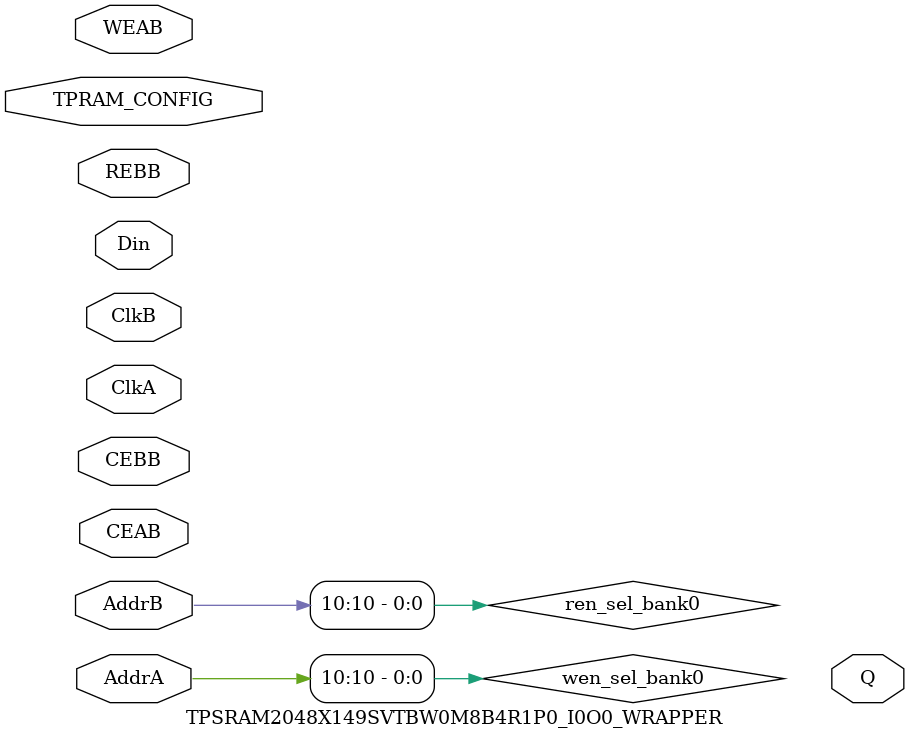
<source format=v>

module TPSRAM2048X149SVTBW0M8B4R1P0_I0O0_WRAPPER #(
    parameter MEM_DEPTH   =2048,
    parameter ADDR_WIDTH  =11,
    parameter DATA_WIDTH  =149
)(
    input							ClkA,
    input                          	ClkB,
    input       [ADDR_WIDTH-1:0]   	AddrA,
    input       [ADDR_WIDTH-1:0]   	AddrB,
    input       [DATA_WIDTH-1:0]   	Din,
    input       [8:0]				TPRAM_CONFIG,
    input							CEAB,
    input                          	CEBB,
    input                          	WEAB,
    input                          	REBB,
    output      [DATA_WIDTH-1:0]   	Q
);


wire           ren_sel_bank1;
wire           wen_sel_bank1;
wire           ren_sel_bank0;
wire           wen_sel_bank0;
wire  [148:0]  Q_pre0;
wire  [148:0]  Q_pre1;

reg            ren_sel_bank1_dly;
//=========================================================
// Extend both data width and address width.
// address decode logic 
//=========================================================
assign   ren_sel_bank1  = ~AddrB[10];
assign   wen_sel_bank1  = ~AddrA[10];
assign   ren_sel_bank0  = AddrB[10];
assign   wen_sel_bank0  = AddrA[10];

//no pipiline for the memory output,so it is safety to delay read enable signal
//for reading data mux, if exist the pipiline for the memory output,need to extend the pipeline for
//read enable signal.
always @(posedge ClkB ) begin //no need reset port, just pipeline the read enable signal
      ren_sel_bank1_dly <= ren_sel_bank0; 
end
assign idi_mem_rdata = ren_sel_bank1_dly ? Q_pre1 : Q_pre0;

/* TPSRAM1024X68SVTBW0M8B4R1P0_I0O0 AUTO_TEMPLATE "\(.$\)" (
    .ClkA(ClkA),
    .ClkB(ClkB),
    .AddrA(AddrA[9:0]),
    .AddrB(AddrB[9:0]),
    .Din(Din[67:0]),
    .CEAB(wen_sel_bank@),
    .CEBB(ren_sel_bank@),
    .WEAB(WEAB),
    .REBB(REBB),
    .TPRAM_CONFIG(TPRAM_CONFIG),
    .Q(Q_pre@[67:0]), 
 );
*/
/* TPSRAM1024X69SVTBW0M8B4R1P0_I0O0 AUTO_TEMPLATE "\(.$\)" (
    .ClkA(ClkA),
    .ClkB(ClkB),
    .AddrA(AddrA[9:0]),
    .AddrB(AddrB[9:0]),
    .Din(Din[136:68]),
    .CEAB(wen_sel_bank@),
    .CEBB(ren_sel_bank@),
    .WEAB(WEAB),
    .REBB(REBB),
    .TPRAM_CONFIG(TPRAM_CONFIG),
    .Q(Q_pre@[136:68]), 
 ),
*/
TPSRAM1024X74SVTBW0M8B4R1P0_I0O0 u_sram_00 (/*AUTOINST*/
					    // Outputs
					    .Q			(Q_pre0[73:0]),	 // Templated
					    // Inputs
					    .ClkA		(ClkA),		 // Templated
					    .ClkB		(ClkB),		 // Templated
					    .AddrA		(AddrA[9:0]),	 // Templated
					    .AddrB		(AddrB[9:0]),	 // Templated
					    .Din		(Din[73:0]),	 // Templated
					    .TPRAM_CONFIG	(TPRAM_CONFIG), // Templated
					    .CEAB		(wen_sel_bank0), // Templated
					    .CEBB		(ren_sel_bank0), // Templated
					    .WEAB		(WEAB),		 // Templated
					    .REBB		(REBB));		 // Templated
TPSRAM1024X75SVTBW0M8B4R1P0_I0O0 u_sram_10 (/*AUTOINST*/
					    // Outputs
					    .Q			(Q_pre0[148:74]), // Templated
					    // Inputs
					    .ClkA		(ClkA),		 // Templated
					    .ClkB		(ClkB),		 // Templated
					    .AddrA		(AddrA[9:0]),	 // Templated
					    .AddrB		(AddrB[9:0]),	 // Templated
					    .Din		(Din[148:74]),	 // Templated
					    .TPRAM_CONFIG	(TPRAM_CONFIG), // Templated
					    .CEAB		(wen_sel_bank0), // Templated
					    .CEBB		(ren_sel_bank0), // Templated
					    .WEAB		(WEAB),		 // Templated
					    .REBB		(REBB));		 // Templated

TPSRAM1024X74SVTBW0M8B4R1P0_I0O0 u_sram_01 (/*AUTOINST*/
					    // Outputs
					    .Q			(Q_pre1[73:0]),	 // Templated
					    // Inputs
					    .ClkA		(ClkA),		 // Templated
					    .ClkB		(ClkB),		 // Templated
					    .AddrA		(AddrA[9:0]),	 // Templated
					    .AddrB		(AddrB[9:0]),	 // Templated
					    .Din		(Din[73:0]),	 // Templated
					    .TPRAM_CONFIG	(TPRAM_CONFIG), // Templated
					    .CEAB		(wen_sel_bank1), // Templated
					    .CEBB		(ren_sel_bank1), // Templated
					    .WEAB		(WEAB),		 // Templated
					    .REBB		(REBB));		 // Templated
TPSRAM1024X75SVTBW0M8B4R1P0_I0O0 u_sram_11 (/*AUTOINST*/
					    // Outputs
					    .Q			(Q_pre1[148:74]), // Templated
					    // Inputs
					    .ClkA		(ClkA),		 // Templated
					    .ClkB		(ClkB),		 // Templated
					    .AddrA		(AddrA[9:0]),	 // Templated
					    .AddrB		(AddrB[9:0]),	 // Templated
					    .Din		(Din[148:74]),	 // Templated
					    .TPRAM_CONFIG	(TPRAM_CONFIG), // Templated
					    .CEAB		(wen_sel_bank1), // Templated
					    .CEBB		(ren_sel_bank1), // Templated
					    .WEAB		(WEAB),		 // Templated
					    .REBB		(REBB));		 // Templated

endmodule
    // Local Variables:
    // verilog-library-directories:("." "../../DPSRAM")
    // End:


</source>
